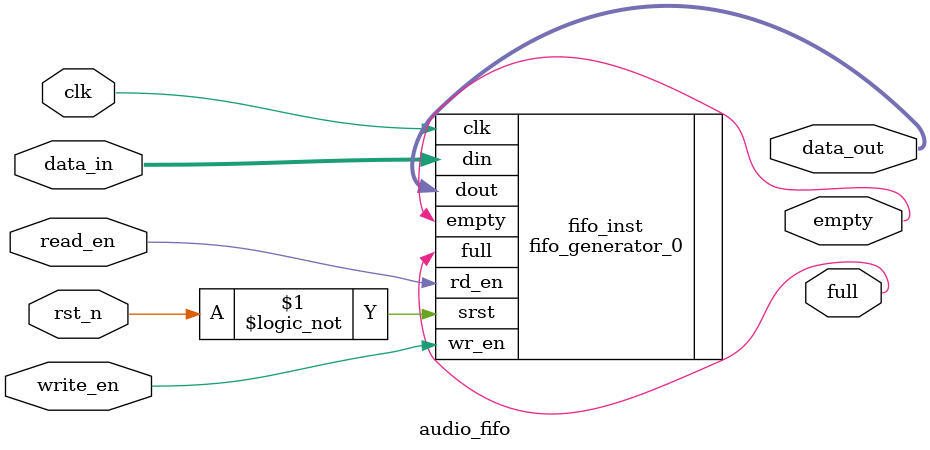
<source format=sv>

module audio_fifo #(
    parameter DEPTH = 1024,
    parameter WIDTH = 8,
    parameter ADDR_WIDTH = $clog2(DEPTH)
)(
    input  logic                clk,
    input  logic                rst_n,
    input  logic                write_en,
    input  logic                read_en,
    input  logic [WIDTH-1:0]    data_in,
    output logic [31:0]         data_out,
    output logic                empty,
    output logic                full
);
    // Instantiate Xilinx FIFO IP Core
    fifo_generator_0 fifo_inst (
        .clk        (clk),
        .srst       (!rst_n),
        .din        (data_in),
        .wr_en      (write_en),
        .rd_en      (read_en),
        .dout       (data_out),
        .full       (full),
        .empty      (empty)
    );

endmodule
</source>
